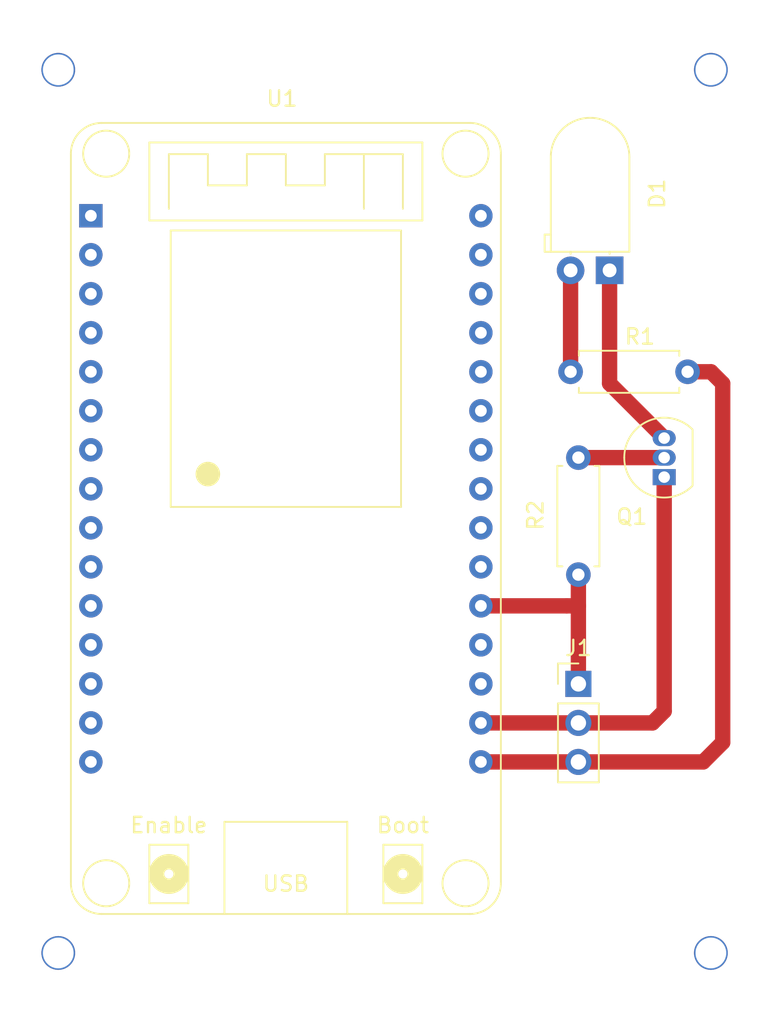
<source format=kicad_pcb>
(kicad_pcb (version 20171130) (host pcbnew 5.1.7-a382d34a8~87~ubuntu20.04.1)

  (general
    (thickness 1.6)
    (drawings 5)
    (tracks 22)
    (zones 0)
    (modules 6)
    (nets 7)
  )

  (page A4)
  (layers
    (0 F.Cu signal)
    (31 B.Cu signal)
    (32 B.Adhes user)
    (33 F.Adhes user)
    (34 B.Paste user)
    (35 F.Paste user)
    (36 B.SilkS user)
    (37 F.SilkS user)
    (38 B.Mask user)
    (39 F.Mask user)
    (40 Dwgs.User user)
    (41 Cmts.User user)
    (42 Eco1.User user)
    (43 Eco2.User user)
    (44 Edge.Cuts user)
    (45 Margin user)
    (46 B.CrtYd user)
    (47 F.CrtYd user)
    (48 B.Fab user)
    (49 F.Fab user)
  )

  (setup
    (last_trace_width 0.25)
    (user_trace_width 1)
    (user_trace_width 1.2)
    (trace_clearance 0.2)
    (zone_clearance 0.508)
    (zone_45_only no)
    (trace_min 0.2)
    (via_size 0.8)
    (via_drill 0.4)
    (via_min_size 0.4)
    (via_min_drill 0.3)
    (user_via 2.2 2)
    (user_via 3.2 3)
    (uvia_size 0.3)
    (uvia_drill 0.1)
    (uvias_allowed no)
    (uvia_min_size 0.2)
    (uvia_min_drill 0.1)
    (edge_width 0.05)
    (segment_width 0.2)
    (pcb_text_width 0.3)
    (pcb_text_size 1.5 1.5)
    (mod_edge_width 0.12)
    (mod_text_size 1 1)
    (mod_text_width 0.15)
    (pad_size 1.524 1.524)
    (pad_drill 0.762)
    (pad_to_mask_clearance 0.05)
    (aux_axis_origin 0 0)
    (visible_elements FFFFFF7F)
    (pcbplotparams
      (layerselection 0x010fc_ffffffff)
      (usegerberextensions false)
      (usegerberattributes true)
      (usegerberadvancedattributes true)
      (creategerberjobfile true)
      (excludeedgelayer true)
      (linewidth 0.100000)
      (plotframeref false)
      (viasonmask false)
      (mode 1)
      (useauxorigin false)
      (hpglpennumber 1)
      (hpglpenspeed 20)
      (hpglpendiameter 15.000000)
      (psnegative false)
      (psa4output false)
      (plotreference true)
      (plotvalue true)
      (plotinvisibletext false)
      (padsonsilk false)
      (subtractmaskfromsilk false)
      (outputformat 1)
      (mirror false)
      (drillshape 1)
      (scaleselection 1)
      (outputdirectory ""))
  )

  (net 0 "")
  (net 1 "Net-(D1-Pad1)")
  (net 2 "Net-(Q1-Pad2)")
  (net 3 "Net-(J1-Pad2)")
  (net 4 "Net-(D1-Pad2)")
  (net 5 "Net-(J1-Pad1)")
  (net 6 "Net-(J1-Pad3)")

  (net_class Default "This is the default net class."
    (clearance 0.2)
    (trace_width 0.25)
    (via_dia 0.8)
    (via_drill 0.4)
    (uvia_dia 0.3)
    (uvia_drill 0.1)
    (add_net "Net-(D1-Pad1)")
    (add_net "Net-(D1-Pad2)")
    (add_net "Net-(J1-Pad1)")
    (add_net "Net-(J1-Pad2)")
    (add_net "Net-(J1-Pad3)")
    (add_net "Net-(Q1-Pad2)")
  )

  (module Connector_PinHeader_2.54mm:PinHeader_1x03_P2.54mm_Vertical (layer F.Cu) (tedit 59FED5CC) (tstamp 5F9A396F)
    (at 118.872 109.982)
    (descr "Through hole straight pin header, 1x03, 2.54mm pitch, single row")
    (tags "Through hole pin header THT 1x03 2.54mm single row")
    (path /5F9CC3EC)
    (fp_text reference J1 (at 0 -2.33) (layer F.SilkS)
      (effects (font (size 1 1) (thickness 0.15)))
    )
    (fp_text value TestPoints (at 0 7.41) (layer F.Fab)
      (effects (font (size 1 1) (thickness 0.15)))
    )
    (fp_text user %R (at 0 2.54 90) (layer F.Fab)
      (effects (font (size 1 1) (thickness 0.15)))
    )
    (fp_line (start -0.635 -1.27) (end 1.27 -1.27) (layer F.Fab) (width 0.1))
    (fp_line (start 1.27 -1.27) (end 1.27 6.35) (layer F.Fab) (width 0.1))
    (fp_line (start 1.27 6.35) (end -1.27 6.35) (layer F.Fab) (width 0.1))
    (fp_line (start -1.27 6.35) (end -1.27 -0.635) (layer F.Fab) (width 0.1))
    (fp_line (start -1.27 -0.635) (end -0.635 -1.27) (layer F.Fab) (width 0.1))
    (fp_line (start -1.33 6.41) (end 1.33 6.41) (layer F.SilkS) (width 0.12))
    (fp_line (start -1.33 1.27) (end -1.33 6.41) (layer F.SilkS) (width 0.12))
    (fp_line (start 1.33 1.27) (end 1.33 6.41) (layer F.SilkS) (width 0.12))
    (fp_line (start -1.33 1.27) (end 1.33 1.27) (layer F.SilkS) (width 0.12))
    (fp_line (start -1.33 0) (end -1.33 -1.33) (layer F.SilkS) (width 0.12))
    (fp_line (start -1.33 -1.33) (end 0 -1.33) (layer F.SilkS) (width 0.12))
    (fp_line (start -1.8 -1.8) (end -1.8 6.85) (layer F.CrtYd) (width 0.05))
    (fp_line (start -1.8 6.85) (end 1.8 6.85) (layer F.CrtYd) (width 0.05))
    (fp_line (start 1.8 6.85) (end 1.8 -1.8) (layer F.CrtYd) (width 0.05))
    (fp_line (start 1.8 -1.8) (end -1.8 -1.8) (layer F.CrtYd) (width 0.05))
    (pad 3 thru_hole oval (at 0 5.08) (size 1.7 1.7) (drill 1) (layers *.Cu *.Mask)
      (net 6 "Net-(J1-Pad3)"))
    (pad 2 thru_hole oval (at 0 2.54) (size 1.7 1.7) (drill 1) (layers *.Cu *.Mask)
      (net 3 "Net-(J1-Pad2)"))
    (pad 1 thru_hole rect (at 0 0) (size 1.7 1.7) (drill 1) (layers *.Cu *.Mask)
      (net 5 "Net-(J1-Pad1)"))
    (model ${KISYS3DMOD}/Connector_PinHeader_2.54mm.3dshapes/PinHeader_1x03_P2.54mm_Vertical.wrl
      (at (xyz 0 0 0))
      (scale (xyz 1 1 1))
      (rotate (xyz 0 0 0))
    )
  )

  (module Resistor_THT:R_Axial_DIN0207_L6.3mm_D2.5mm_P7.62mm_Horizontal (layer F.Cu) (tedit 5AE5139B) (tstamp 5F9A4858)
    (at 118.872 95.25 270)
    (descr "Resistor, Axial_DIN0207 series, Axial, Horizontal, pin pitch=7.62mm, 0.25W = 1/4W, length*diameter=6.3*2.5mm^2, http://cdn-reichelt.de/documents/datenblatt/B400/1_4W%23YAG.pdf")
    (tags "Resistor Axial_DIN0207 series Axial Horizontal pin pitch 7.62mm 0.25W = 1/4W length 6.3mm diameter 2.5mm")
    (path /5F99F404)
    (fp_text reference R2 (at 3.75 2.794 90) (layer F.SilkS)
      (effects (font (size 1 1) (thickness 0.15)))
    )
    (fp_text value 1K (at 2.25 0 90) (layer F.Fab)
      (effects (font (size 1 1) (thickness 0.15)))
    )
    (fp_line (start 0.66 -1.25) (end 0.66 1.25) (layer F.Fab) (width 0.1))
    (fp_line (start 0.66 1.25) (end 6.96 1.25) (layer F.Fab) (width 0.1))
    (fp_line (start 6.96 1.25) (end 6.96 -1.25) (layer F.Fab) (width 0.1))
    (fp_line (start 6.96 -1.25) (end 0.66 -1.25) (layer F.Fab) (width 0.1))
    (fp_line (start 0 0) (end 0.66 0) (layer F.Fab) (width 0.1))
    (fp_line (start 7.62 0) (end 6.96 0) (layer F.Fab) (width 0.1))
    (fp_line (start 0.54 -1.04) (end 0.54 -1.37) (layer F.SilkS) (width 0.12))
    (fp_line (start 0.54 -1.37) (end 7.08 -1.37) (layer F.SilkS) (width 0.12))
    (fp_line (start 7.08 -1.37) (end 7.08 -1.04) (layer F.SilkS) (width 0.12))
    (fp_line (start 0.54 1.04) (end 0.54 1.37) (layer F.SilkS) (width 0.12))
    (fp_line (start 0.54 1.37) (end 7.08 1.37) (layer F.SilkS) (width 0.12))
    (fp_line (start 7.08 1.37) (end 7.08 1.04) (layer F.SilkS) (width 0.12))
    (fp_line (start -1.05 -1.5) (end -1.05 1.5) (layer F.CrtYd) (width 0.05))
    (fp_line (start -1.05 1.5) (end 8.67 1.5) (layer F.CrtYd) (width 0.05))
    (fp_line (start 8.67 1.5) (end 8.67 -1.5) (layer F.CrtYd) (width 0.05))
    (fp_line (start 8.67 -1.5) (end -1.05 -1.5) (layer F.CrtYd) (width 0.05))
    (fp_text user %R (at 4.75 0 90) (layer F.Fab)
      (effects (font (size 1 1) (thickness 0.15)))
    )
    (pad 2 thru_hole oval (at 7.62 0 270) (size 1.6 1.6) (drill 0.8) (layers *.Cu *.Mask)
      (net 5 "Net-(J1-Pad1)"))
    (pad 1 thru_hole circle (at 0 0 270) (size 1.6 1.6) (drill 0.8) (layers *.Cu *.Mask)
      (net 2 "Net-(Q1-Pad2)"))
    (model ${KISYS3DMOD}/Resistor_THT.3dshapes/R_Axial_DIN0207_L6.3mm_D2.5mm_P7.62mm_Horizontal.wrl
      (at (xyz 0 0 0))
      (scale (xyz 1 1 1))
      (rotate (xyz 0 0 0))
    )
    (model ${KIPRJMOD}/models/RESAD780W55L630D240B.step
      (offset (xyz 4 0 0))
      (scale (xyz 1 1 1))
      (rotate (xyz 0 0 0))
    )
    (model ${KIPRJMOD}/models/ring_7.wrl
      (at (xyz 0 0 0))
      (scale (xyz 1 1 1))
      (rotate (xyz 0 0 0))
    )
  )

  (module Resistor_THT:R_Axial_DIN0207_L6.3mm_D2.5mm_P7.62mm_Horizontal (layer F.Cu) (tedit 5AE5139B) (tstamp 5F9A4357)
    (at 125.984 89.662 180)
    (descr "Resistor, Axial_DIN0207 series, Axial, Horizontal, pin pitch=7.62mm, 0.25W = 1/4W, length*diameter=6.3*2.5mm^2, http://cdn-reichelt.de/documents/datenblatt/B400/1_4W%23YAG.pdf")
    (tags "Resistor Axial_DIN0207 series Axial Horizontal pin pitch 7.62mm 0.25W = 1/4W length 6.3mm diameter 2.5mm")
    (path /5F99051A)
    (fp_text reference R1 (at 3.109 2.287 180) (layer F.SilkS)
      (effects (font (size 1 1) (thickness 0.15)))
    )
    (fp_text value 18 (at 1.684 0.212 90) (layer F.Fab)
      (effects (font (size 1 1) (thickness 0.15)))
    )
    (fp_line (start 8.67 -1.5) (end -1.05 -1.5) (layer F.CrtYd) (width 0.05))
    (fp_line (start 8.67 1.5) (end 8.67 -1.5) (layer F.CrtYd) (width 0.05))
    (fp_line (start -1.05 1.5) (end 8.67 1.5) (layer F.CrtYd) (width 0.05))
    (fp_line (start -1.05 -1.5) (end -1.05 1.5) (layer F.CrtYd) (width 0.05))
    (fp_line (start 7.08 1.37) (end 7.08 1.04) (layer F.SilkS) (width 0.12))
    (fp_line (start 0.54 1.37) (end 7.08 1.37) (layer F.SilkS) (width 0.12))
    (fp_line (start 0.54 1.04) (end 0.54 1.37) (layer F.SilkS) (width 0.12))
    (fp_line (start 7.08 -1.37) (end 7.08 -1.04) (layer F.SilkS) (width 0.12))
    (fp_line (start 0.54 -1.37) (end 7.08 -1.37) (layer F.SilkS) (width 0.12))
    (fp_line (start 0.54 -1.04) (end 0.54 -1.37) (layer F.SilkS) (width 0.12))
    (fp_line (start 7.62 0) (end 6.96 0) (layer F.Fab) (width 0.1))
    (fp_line (start 0 0) (end 0.66 0) (layer F.Fab) (width 0.1))
    (fp_line (start 6.96 -1.25) (end 0.66 -1.25) (layer F.Fab) (width 0.1))
    (fp_line (start 6.96 1.25) (end 6.96 -1.25) (layer F.Fab) (width 0.1))
    (fp_line (start 0.66 1.25) (end 6.96 1.25) (layer F.Fab) (width 0.1))
    (fp_line (start 0.66 -1.25) (end 0.66 1.25) (layer F.Fab) (width 0.1))
    (fp_text user %R (at 3.409 0.212 90) (layer F.Fab)
      (effects (font (size 1 1) (thickness 0.15)))
    )
    (pad 1 thru_hole circle (at 0 0 180) (size 1.6 1.6) (drill 0.8) (layers *.Cu *.Mask)
      (net 6 "Net-(J1-Pad3)"))
    (pad 2 thru_hole oval (at 7.62 0 180) (size 1.6 1.6) (drill 0.8) (layers *.Cu *.Mask)
      (net 4 "Net-(D1-Pad2)"))
    (model ${KISYS3DMOD}/Resistor_THT.3dshapes/R_Axial_DIN0207_L6.3mm_D2.5mm_P7.62mm_Horizontal.wrl
      (at (xyz 0 0 0))
      (scale (xyz 1 1 1))
      (rotate (xyz 0 0 0))
    )
  )

  (module esp32_devkit_v1_doit:esp32_devkit_v1_doit_modded (layer F.Cu) (tedit 5F994F6D) (tstamp 5F9A523A)
    (at 99.822 79.502)
    (descr "ESPWROOM32, ESP32, 30 GPIOs version")
    (path /5F981201)
    (attr smd)
    (fp_text reference U1 (at -0.254 -7.62) (layer F.SilkS)
      (effects (font (size 1 1) (thickness 0.15)))
    )
    (fp_text value ESP32-DEVKITC-V1 (at 0 8.7) (layer F.Fab)
      (effects (font (size 1 1) (thickness 0.15)))
    )
    (fp_circle (center -11.7 -4.04) (end -10.2 -4.04) (layer F.SilkS) (width 0.12))
    (fp_circle (center 11.7 -4.04) (end 13.2 -4.04) (layer F.SilkS) (width 0.12))
    (fp_line (start 14 43.46) (end 14 -4.04) (layer F.SilkS) (width 0.12))
    (fp_line (start -14 -4.04) (end -14 43.46) (layer F.SilkS) (width 0.12))
    (fp_line (start -12 45.46) (end 12 45.46) (layer F.SilkS) (width 0.12))
    (fp_line (start -12 -6.04) (end 12 -6.04) (layer F.SilkS) (width 0.12))
    (fp_circle (center -11.7 43.46) (end -10.2 43.46) (layer F.SilkS) (width 0.12))
    (fp_circle (center 11.7 43.46) (end 13.2 43.46) (layer F.SilkS) (width 0.12))
    (fp_line (start -4 39.46) (end -4 45.46) (layer F.SilkS) (width 0.12))
    (fp_line (start 4 39.46) (end 4 45.46) (layer F.SilkS) (width 0.12))
    (fp_line (start -4 39.46) (end 4 39.46) (layer F.SilkS) (width 0.12))
    (fp_line (start -8.89 -4.77) (end 8.89 -4.77) (layer F.SilkS) (width 0.12))
    (fp_line (start 8.89 -4.77) (end 8.89 0.31) (layer F.SilkS) (width 0.12))
    (fp_line (start 8.89 0.31) (end -8.89 0.31) (layer F.SilkS) (width 0.12))
    (fp_line (start -8.89 0.31) (end -8.89 -4.77) (layer F.SilkS) (width 0.12))
    (fp_line (start -7.62 -0.452) (end -7.62 -4.008) (layer F.SilkS) (width 0.12))
    (fp_line (start -7.62 -4.008) (end -5.08 -4.008) (layer F.SilkS) (width 0.12))
    (fp_line (start -5.08 -4.008) (end -5.08 -1.976) (layer F.SilkS) (width 0.12))
    (fp_line (start -5.08 -1.976) (end -2.54 -1.976) (layer F.SilkS) (width 0.12))
    (fp_line (start -2.54 -1.976) (end -2.54 -4.008) (layer F.SilkS) (width 0.12))
    (fp_line (start -2.54 -4.008) (end 0 -4.008) (layer F.SilkS) (width 0.12))
    (fp_line (start 0 -4.008) (end 0 -1.976) (layer F.SilkS) (width 0.12))
    (fp_line (start 0 -1.976) (end 2.54 -1.976) (layer F.SilkS) (width 0.12))
    (fp_line (start 2.54 -1.976) (end 2.54 -4.008) (layer F.SilkS) (width 0.12))
    (fp_line (start 2.54 -4.008) (end 7.62 -4.008) (layer F.SilkS) (width 0.12))
    (fp_line (start 7.62 -4.008) (end 7.62 -0.452) (layer F.SilkS) (width 0.12))
    (fp_line (start 5.08 -4.008) (end 5.08 -0.452) (layer F.SilkS) (width 0.12))
    (fp_line (start -7.5 0.96) (end 7.5 0.96) (layer F.SilkS) (width 0.12))
    (fp_line (start 7.5 0.96) (end 7.5 18.96) (layer F.SilkS) (width 0.12))
    (fp_line (start 7.5 18.96) (end -7.5 18.96) (layer F.SilkS) (width 0.12))
    (fp_line (start -7.5 18.96) (end -7.5 0.96) (layer F.SilkS) (width 0.12))
    (fp_circle (center -5.08 16.82) (end -4.68 16.82) (layer F.SilkS) (width 0.8))
    (fp_line (start 6.35 40.95) (end 8.89 40.95) (layer F.SilkS) (width 0.12))
    (fp_line (start 8.89 40.95) (end 8.89 44.76) (layer F.SilkS) (width 0.12))
    (fp_line (start 8.89 44.76) (end 6.35 44.76) (layer F.SilkS) (width 0.12))
    (fp_line (start 6.35 44.76) (end 6.35 40.95) (layer F.SilkS) (width 0.12))
    (fp_line (start -6.35 44.76) (end -8.89 44.76) (layer F.SilkS) (width 0.12))
    (fp_line (start -8.89 44.76) (end -8.89 40.95) (layer F.SilkS) (width 0.12))
    (fp_line (start -8.89 40.95) (end -6.35 40.95) (layer F.SilkS) (width 0.12))
    (fp_line (start -6.35 40.95) (end -6.35 44.76) (layer F.SilkS) (width 0.12))
    (fp_circle (center -7.62 42.855) (end -7.32 42.855) (layer F.SilkS) (width 1))
    (fp_circle (center 7.62 42.855) (end 7.92 42.855) (layer F.SilkS) (width 1))
    (fp_text user USB (at 0 43.49) (layer F.SilkS)
      (effects (font (size 1 1) (thickness 0.15)))
    )
    (fp_text user Boot (at 7.62 39.68) (layer F.SilkS)
      (effects (font (size 1 1) (thickness 0.15)))
    )
    (fp_text user Enable (at -7.62 39.68) (layer F.SilkS)
      (effects (font (size 1 1) (thickness 0.15)))
    )
    (fp_arc (start 12 -4.04) (end 14 -4.04) (angle -90) (layer F.SilkS) (width 0.12))
    (fp_arc (start -12 -4.04) (end -12 -6.04) (angle -90) (layer F.SilkS) (width 0.12))
    (fp_arc (start -12 43.46) (end -14 43.46) (angle -90) (layer F.SilkS) (width 0.12))
    (fp_arc (start 12 43.46) (end 12 45.46) (angle -90) (layer F.SilkS) (width 0.12))
    (pad 100 thru_hole rect (at -12.7 0) (size 1.524 1.524) (drill 0.762) (layers *.Cu *.Mask))
    (pad 200 thru_hole circle (at -12.7 2.54) (size 1.524 1.524) (drill 0.762) (layers *.Cu *.Mask))
    (pad 300 thru_hole circle (at -12.7 5.08) (size 1.524 1.524) (drill 0.762) (layers *.Cu *.Mask))
    (pad 400 thru_hole circle (at -12.7 7.62) (size 1.524 1.524) (drill 0.762) (layers *.Cu *.Mask))
    (pad 500 thru_hole circle (at -12.7 10.16) (size 1.524 1.524) (drill 0.762) (layers *.Cu *.Mask))
    (pad 6 thru_hole circle (at -12.7 12.7) (size 1.524 1.524) (drill 0.762) (layers *.Cu *.Mask))
    (pad 7 thru_hole circle (at -12.7 15.24) (size 1.524 1.524) (drill 0.762) (layers *.Cu *.Mask))
    (pad 8 thru_hole circle (at -12.7 17.78) (size 1.524 1.524) (drill 0.762) (layers *.Cu *.Mask))
    (pad 9 thru_hole circle (at -12.7 20.32) (size 1.524 1.524) (drill 0.762) (layers *.Cu *.Mask))
    (pad 10 thru_hole circle (at -12.7 22.86) (size 1.524 1.524) (drill 0.762) (layers *.Cu *.Mask))
    (pad 11 thru_hole circle (at -12.7 25.4) (size 1.524 1.524) (drill 0.762) (layers *.Cu *.Mask))
    (pad 12 thru_hole circle (at -12.7 27.94) (size 1.524 1.524) (drill 0.762) (layers *.Cu *.Mask))
    (pad 13 thru_hole circle (at -12.7 30.48) (size 1.524 1.524) (drill 0.762) (layers *.Cu *.Mask))
    (pad 14 thru_hole circle (at -12.7 33.02) (size 1.524 1.524) (drill 0.762) (layers *.Cu *.Mask))
    (pad 15 thru_hole circle (at -12.7 35.56) (size 1.524 1.524) (drill 0.762) (layers *.Cu *.Mask))
    (pad 1 thru_hole circle (at 12.7 35.56) (size 1.524 1.524) (drill 0.762) (layers *.Cu *.Mask)
      (net 6 "Net-(J1-Pad3)"))
    (pad 2 thru_hole circle (at 12.7 33.02) (size 1.524 1.524) (drill 0.762) (layers *.Cu *.Mask)
      (net 3 "Net-(J1-Pad2)"))
    (pad 3 thru_hole circle (at 12.7 30.48) (size 1.524 1.524) (drill 0.762) (layers *.Cu *.Mask))
    (pad 4 thru_hole circle (at 12.7 27.94) (size 1.524 1.524) (drill 0.762) (layers *.Cu *.Mask))
    (pad 5 thru_hole circle (at 12.7 25.4) (size 1.524 1.524) (drill 0.762) (layers *.Cu *.Mask)
      (net 5 "Net-(J1-Pad1)"))
    (pad 21 thru_hole circle (at 12.7 22.86) (size 1.524 1.524) (drill 0.762) (layers *.Cu *.Mask))
    (pad 22 thru_hole circle (at 12.7 20.32) (size 1.524 1.524) (drill 0.762) (layers *.Cu *.Mask))
    (pad 23 thru_hole circle (at 12.7 17.78) (size 1.524 1.524) (drill 0.762) (layers *.Cu *.Mask))
    (pad 24 thru_hole circle (at 12.7 15.24) (size 1.524 1.524) (drill 0.762) (layers *.Cu *.Mask))
    (pad 25 thru_hole circle (at 12.7 12.7) (size 1.524 1.524) (drill 0.762) (layers *.Cu *.Mask))
    (pad 26 thru_hole circle (at 12.7 10.16) (size 1.524 1.524) (drill 0.762) (layers *.Cu *.Mask))
    (pad 27 thru_hole circle (at 12.7 7.62) (size 1.524 1.524) (drill 0.762) (layers *.Cu *.Mask))
    (pad 28 thru_hole circle (at 12.7 5.08) (size 1.524 1.524) (drill 0.762) (layers *.Cu *.Mask))
    (pad 29 thru_hole circle (at 12.7 2.54) (size 1.524 1.524) (drill 0.762) (layers *.Cu *.Mask))
    (pad 30 thru_hole circle (at 12.7 0) (size 1.524 1.524) (drill 0.762) (layers *.Cu *.Mask))
    (model ${KISYS3DMOD}/Button_Switch_SMD.3dshapes/SW_SPST_B3U-1000P-B.wrl
      (offset (xyz 7.5 -43 4))
      (scale (xyz 1 1 1))
      (rotate (xyz 0 0 90))
    )
    (model ${KISYS3DMOD}/Button_Switch_SMD.3dshapes/SW_SPST_B3U-1000P-B.wrl
      (offset (xyz -7.5 -43 4))
      (scale (xyz 1 1 1))
      (rotate (xyz 0 0 90))
    )
    (model ${KISYS3DMOD}/Connector_PinHeader_2.54mm.3dshapes/PinHeader_1x15_P2.54mm_Vertical.wrl
      (offset (xyz -12.7 0 2.5))
      (scale (xyz 1 1 1))
      (rotate (xyz 0 180 0))
    )
    (model ${KISYS3DMOD}/Connector_PinHeader_2.54mm.3dshapes/PinHeader_1x15_P2.54mm_Vertical.wrl
      (offset (xyz 12.7 0 2.5))
      (scale (xyz 1 1 1))
      (rotate (xyz 0 180 0))
    )
    (model ${KISYS3DMOD}/Connector_USB.3dshapes/USB_Micro-B_Molex_47346-0001.wrl
      (offset (xyz 0 -42 4))
      (scale (xyz 1 1 1))
      (rotate (xyz 0 0 0))
    )
    (model ${KISYS3DMOD}/LED_SMD.3dshapes/LED_1206_3216Metric.wrl
      (offset (xyz -6 -23 4))
      (scale (xyz 1 1 1))
      (rotate (xyz 0 0 -90))
    )
    (model ${KISYS3DMOD}/LED_SMD.3dshapes/LED_1206_3216Metric.wrl
      (offset (xyz 6 -23 4))
      (scale (xyz 1 1 1))
      (rotate (xyz 0 0 -90))
    )
    (model ${KISYS3DMOD}/Capacitor_Tantalum_SMD.3dshapes/CP_EIA-2012-15_AVX-P.wrl
      (offset (xyz -6.5 -27.5 4))
      (scale (xyz 1 1 1))
      (rotate (xyz 0 0 0))
    )
    (model ${KISYS3DMOD}/Package_TO_SOT_SMD.3dshapes/SOT-223.wrl
      (offset (xyz -6 -33 4))
      (scale (xyz 1 1 1))
      (rotate (xyz 0 0 -180))
    )
    (model ${KISYS3DMOD}/Resistor_SMD.3dshapes/R_0603_1608Metric.wrl
      (offset (xyz -7 -38.5 4))
      (scale (xyz 1 1 1))
      (rotate (xyz 0 0 0))
    )
    (model ${KISYS3DMOD}/Resistor_SMD.3dshapes/R_0603_1608Metric.wrl
      (offset (xyz 8.5 -38.5 4))
      (scale (xyz 1 1 1))
      (rotate (xyz 0 0 0))
    )
    (model ${KISYS3DMOD}/Resistor_SMD.3dshapes/R_0603_1608Metric.wrl
      (offset (xyz 5.5 -38.5 4))
      (scale (xyz 1 1 1))
      (rotate (xyz 0 0 0))
    )
    (model ${KISYS3DMOD}/Package_TO_SOT_SMD.3dshapes/SOT-23.wrl
      (offset (xyz -0.5 -27.5 4))
      (scale (xyz 1 1 1))
      (rotate (xyz 0 0 0))
    )
    (model ${KISYS3DMOD}/Package_TO_SOT_SMD.3dshapes/SOT-23.wrl
      (offset (xyz 6 -27.5 4))
      (scale (xyz 1 1 1))
      (rotate (xyz 0 0 -180))
    )
    (model ${KISYS3DMOD}/Resistor_SMD.3dshapes/R_0603_1608Metric.wrl
      (offset (xyz 9 -27.5 4))
      (scale (xyz 1 1 1))
      (rotate (xyz 0 0 90))
    )
    (model ${KISYS3DMOD}/Resistor_SMD.3dshapes/R_0603_1608Metric.wrl
      (offset (xyz -3.5 -27.5 4))
      (scale (xyz 1 1 1))
      (rotate (xyz 0 0 90))
    )
    (model ${KISYS3DMOD}/Capacitor_SMD.3dshapes/C_0603_1608Metric.wrl
      (offset (xyz -0.5 -38.5 4))
      (scale (xyz 1 1 1))
      (rotate (xyz 0 0 0))
    )
    (model ${KISYS3DMOD}/Diode_SMD.3dshapes/D_0603_1608Metric.wrl
      (offset (xyz -3 -38.5 4))
      (scale (xyz 1 1 1))
      (rotate (xyz 0 0 0))
    )
    (model ${KISYS3DMOD}/Resistor_SMD.3dshapes/R_0603_1608Metric.wrl
      (offset (xyz -3 -23 4))
      (scale (xyz 1 1 1))
      (rotate (xyz 0 0 90))
    )
    (model ${KISYS3DMOD}/Resistor_SMD.3dshapes/R_0603_1608Metric.wrl
      (offset (xyz -1.5 -23 4))
      (scale (xyz 1 1 1))
      (rotate (xyz 0 0 90))
    )
    (model ${KISYS3DMOD}/Resistor_SMD.3dshapes/R_0603_1608Metric.wrl
      (offset (xyz 0 -23 4))
      (scale (xyz 1 1 1))
      (rotate (xyz 0 0 90))
    )
    (model ${KISYS3DMOD}/Resistor_SMD.3dshapes/R_0603_1608Metric.wrl
      (offset (xyz 1.5 -23 4))
      (scale (xyz 1 1 1))
      (rotate (xyz 0 0 90))
    )
    (model ${KISYS3DMOD}/Resistor_SMD.3dshapes/R_0603_1608Metric.wrl
      (offset (xyz 3 -23 4))
      (scale (xyz 1 1 1))
      (rotate (xyz 0 0 90))
    )
    (model ${KISYS3DMOD}/Package_DFN_QFN.3dshapes/QFN-28-1EP_5x5mm_P0.5mm_EP3.35x3.35mm.wrl
      (offset (xyz 7 -33.5 4))
      (scale (xyz 1 1 1))
      (rotate (xyz 0 0 0))
    )
    (model ${KISYS3DMOD}/Resistor_SMD.3dshapes/R_0603_1608Metric.wrl
      (offset (xyz 8.5 -22 4))
      (scale (xyz 1 1 1))
      (rotate (xyz 0 0 0))
    )
    (model ${KISYS3DMOD}/Resistor_SMD.3dshapes/R_0603_1608Metric.wrl
      (offset (xyz 8.5 -24 4))
      (scale (xyz 1 1 1))
      (rotate (xyz 0 0 0))
    )
    (model ${KISYS3DMOD}/Capacitor_SMD.3dshapes/C_0603_1608Metric.wrl
      (offset (xyz -8.5 -22 4))
      (scale (xyz 1 1 1))
      (rotate (xyz 0 0 0))
    )
    (model ${KISYS3DMOD}/Capacitor_SMD.3dshapes/C_0603_1608Metric.wrl
      (offset (xyz -8.5 -24 4))
      (scale (xyz 1 1 1))
      (rotate (xyz 0 0 0))
    )
    (model ${KISYS3DMOD}/RF_Module.3dshapes/ESP32-WROOM-32.wrl
      (offset (xyz 0 -10 4))
      (scale (xyz 1 1 1))
      (rotate (xyz 0 0 0))
    )
    (model ${KIPRJMOD}/footprints/esp32_devkit_v1_doit.pretty/esp32_devkit_v1_doit.step
      (offset (xyz -12.75 0 0))
      (scale (xyz 1 1 1))
      (rotate (xyz 0 0 0))
    )
  )

  (module LED_THT:LED_D5.0mm_Horizontal_O1.27mm_Z3.0mm_IRGrey (layer F.Cu) (tedit 5A6C9E1E) (tstamp 5F9A3A7F)
    (at 120.904 83.058 180)
    (descr "LED, diameter 5.0mm z-position of LED center 3.0mm, 2 pins")
    (tags "LED diameter 5.0mm z-position of LED center 3.0mm 2 pins")
    (path /5F98DCD6)
    (fp_text reference D1 (at -3.096 4.983 90) (layer F.SilkS)
      (effects (font (size 1 1) (thickness 0.15)))
    )
    (fp_text value IR_LED (at 1.27 10.93) (layer F.Fab)
      (effects (font (size 1 1) (thickness 0.15)))
    )
    (fp_line (start 4.5 -1.25) (end -1.95 -1.25) (layer F.CrtYd) (width 0.05))
    (fp_line (start 4.5 10.2) (end 4.5 -1.25) (layer F.CrtYd) (width 0.05))
    (fp_line (start -1.95 10.2) (end 4.5 10.2) (layer F.CrtYd) (width 0.05))
    (fp_line (start -1.95 -1.25) (end -1.95 10.2) (layer F.CrtYd) (width 0.05))
    (fp_line (start 2.54 1.08) (end 2.54 1.08) (layer F.SilkS) (width 0.12))
    (fp_line (start 2.54 1.21) (end 2.54 1.08) (layer F.SilkS) (width 0.12))
    (fp_line (start 2.54 1.21) (end 2.54 1.21) (layer F.SilkS) (width 0.12))
    (fp_line (start 2.54 1.08) (end 2.54 1.21) (layer F.SilkS) (width 0.12))
    (fp_line (start 0 1.08) (end 0 1.08) (layer F.SilkS) (width 0.12))
    (fp_line (start 0 1.21) (end 0 1.08) (layer F.SilkS) (width 0.12))
    (fp_line (start 0 1.21) (end 0 1.21) (layer F.SilkS) (width 0.12))
    (fp_line (start 0 1.08) (end 0 1.21) (layer F.SilkS) (width 0.12))
    (fp_line (start 3.83 1.21) (end 4.23 1.21) (layer F.SilkS) (width 0.12))
    (fp_line (start 3.83 2.33) (end 3.83 1.21) (layer F.SilkS) (width 0.12))
    (fp_line (start 4.23 2.33) (end 3.83 2.33) (layer F.SilkS) (width 0.12))
    (fp_line (start 4.23 1.21) (end 4.23 2.33) (layer F.SilkS) (width 0.12))
    (fp_line (start -1.29 1.21) (end 3.83 1.21) (layer F.SilkS) (width 0.12))
    (fp_line (start 3.83 1.21) (end 3.83 7.37) (layer F.SilkS) (width 0.12))
    (fp_line (start -1.29 1.21) (end -1.29 7.37) (layer F.SilkS) (width 0.12))
    (fp_line (start 2.54 0) (end 2.54 0) (layer F.Fab) (width 0.1))
    (fp_line (start 2.54 1.27) (end 2.54 0) (layer F.Fab) (width 0.1))
    (fp_line (start 2.54 1.27) (end 2.54 1.27) (layer F.Fab) (width 0.1))
    (fp_line (start 2.54 0) (end 2.54 1.27) (layer F.Fab) (width 0.1))
    (fp_line (start 0 0) (end 0 0) (layer F.Fab) (width 0.1))
    (fp_line (start 0 1.27) (end 0 0) (layer F.Fab) (width 0.1))
    (fp_line (start 0 1.27) (end 0 1.27) (layer F.Fab) (width 0.1))
    (fp_line (start 0 0) (end 0 1.27) (layer F.Fab) (width 0.1))
    (fp_line (start 3.77 1.27) (end 4.17 1.27) (layer F.Fab) (width 0.1))
    (fp_line (start 3.77 2.27) (end 3.77 1.27) (layer F.Fab) (width 0.1))
    (fp_line (start 4.17 2.27) (end 3.77 2.27) (layer F.Fab) (width 0.1))
    (fp_line (start 4.17 1.27) (end 4.17 2.27) (layer F.Fab) (width 0.1))
    (fp_line (start -1.23 1.27) (end 3.77 1.27) (layer F.Fab) (width 0.1))
    (fp_line (start 3.77 1.27) (end 3.77 7.37) (layer F.Fab) (width 0.1))
    (fp_line (start -1.23 1.27) (end -1.23 7.37) (layer F.Fab) (width 0.1))
    (fp_arc (start 1.27 7.37) (end -1.29 7.37) (angle -180) (layer F.SilkS) (width 0.12))
    (fp_arc (start 1.27 7.37) (end -1.23 7.37) (angle -180) (layer F.Fab) (width 0.1))
    (fp_text user %R (at 1.27 0) (layer F.Fab)
      (effects (font (size 1 1) (thickness 0.15)))
    )
    (pad 2 thru_hole circle (at 2.54 0 180) (size 1.8 1.8) (drill 0.9) (layers *.Cu *.Mask)
      (net 4 "Net-(D1-Pad2)"))
    (pad 1 thru_hole rect (at 0 0 180) (size 1.8 1.8) (drill 0.9) (layers *.Cu *.Mask)
      (net 1 "Net-(D1-Pad1)"))
    (model ${KISYS3DMOD}/LED_THT.3dshapes/LED_D5.0mm_Horizontal_O1.27mm_Z3.0mm_IRGrey.wrl
      (at (xyz 0 0 0))
      (scale (xyz 1 1 1))
      (rotate (xyz 0 0 0))
    )
  )

  (module Package_TO_SOT_THT:TO-92_Inline (layer F.Cu) (tedit 5A1DD157) (tstamp 5F9A39AC)
    (at 124.46 96.52 90)
    (descr "TO-92 leads in-line, narrow, oval pads, drill 0.75mm (see NXP sot054_po.pdf)")
    (tags "to-92 sc-43 sc-43a sot54 PA33 transistor")
    (path /5F983A1F)
    (fp_text reference Q1 (at -2.58 -2.11 180) (layer F.SilkS)
      (effects (font (size 1 1) (thickness 0.15)))
    )
    (fp_text value PN2222A (at 1.27 2.79 90) (layer F.Fab)
      (effects (font (size 0.7 0.7) (thickness 0.15)))
    )
    (fp_line (start -0.53 1.85) (end 3.07 1.85) (layer F.SilkS) (width 0.12))
    (fp_line (start -0.5 1.75) (end 3 1.75) (layer F.Fab) (width 0.1))
    (fp_line (start -1.46 -2.73) (end 4 -2.73) (layer F.CrtYd) (width 0.05))
    (fp_line (start -1.46 -2.73) (end -1.46 2.01) (layer F.CrtYd) (width 0.05))
    (fp_line (start 4 2.01) (end 4 -2.73) (layer F.CrtYd) (width 0.05))
    (fp_line (start 4 2.01) (end -1.46 2.01) (layer F.CrtYd) (width 0.05))
    (fp_arc (start 1.27 0) (end 1.27 -2.6) (angle 135) (layer F.SilkS) (width 0.12))
    (fp_arc (start 1.27 0) (end 1.27 -2.48) (angle -135) (layer F.Fab) (width 0.1))
    (fp_arc (start 1.27 0) (end 1.27 -2.6) (angle -135) (layer F.SilkS) (width 0.12))
    (fp_arc (start 1.27 0) (end 1.27 -2.48) (angle 135) (layer F.Fab) (width 0.1))
    (fp_text user %R (at -2.794 1.54 90) (layer F.Fab)
      (effects (font (size 1 1) (thickness 0.15)))
    )
    (pad 1 thru_hole rect (at 0 0 90) (size 1.05 1.5) (drill 0.75) (layers *.Cu *.Mask)
      (net 3 "Net-(J1-Pad2)"))
    (pad 3 thru_hole oval (at 2.54 0 90) (size 1.05 1.5) (drill 0.75) (layers *.Cu *.Mask)
      (net 1 "Net-(D1-Pad1)"))
    (pad 2 thru_hole oval (at 1.27 0 90) (size 1.05 1.5) (drill 0.75) (layers *.Cu *.Mask)
      (net 2 "Net-(Q1-Pad2)"))
    (model ${KISYS3DMOD}/Package_TO_SOT_THT.3dshapes/TO-92_Inline.wrl
      (at (xyz 0 0 0))
      (scale (xyz 1 1 1))
      (rotate (xyz 0 0 0))
    )
  )

  (gr_line (start 132.08 132.08) (end 81.28 132.08) (layer Dwgs.User) (width 0.15) (tstamp 5F996720))
  (gr_line (start 132.08 65.532) (end 132.08 132.08) (layer Dwgs.User) (width 0.15))
  (gr_line (start 81.28 65.532) (end 132.08 65.532) (layer Dwgs.User) (width 0.15))
  (gr_line (start 81.28 132.08) (end 81.788 132.08) (layer Dwgs.User) (width 0.15) (tstamp 5F994BFF))
  (gr_line (start 81.28 65.532) (end 81.28 132.08) (layer Dwgs.User) (width 0.15) (tstamp 5F9A3BD0))

  (via (at 85 70) (size 2.2) (drill 2) (layers F.Cu B.Cu) (net 0))
  (via (at 127.5 70) (size 2.2) (drill 2) (layers F.Cu B.Cu) (net 0))
  (via (at 127.5 127.5) (size 2.2) (drill 2) (layers F.Cu B.Cu) (net 0))
  (via (at 85 127.5) (size 2.2) (drill 2) (layers F.Cu B.Cu) (net 0))
  (segment (start 120.904 90.424) (end 124.46 93.98) (width 1) (layer F.Cu) (net 1))
  (segment (start 120.904 83.058) (end 120.904 90.424) (width 1) (layer F.Cu) (net 1))
  (segment (start 118.872 95.25) (end 124.46 95.25) (width 1) (layer F.Cu) (net 2))
  (segment (start 112.522 112.522) (end 118.872 112.522) (width 1) (layer F.Cu) (net 3) (tstamp 5F9A3A11))
  (segment (start 124.46 111.76) (end 124.46 96.52) (width 1) (layer F.Cu) (net 3))
  (segment (start 118.872 112.522) (end 123.698 112.522) (width 1) (layer F.Cu) (net 3))
  (segment (start 123.698 112.522) (end 124.46 111.76) (width 1) (layer F.Cu) (net 3))
  (segment (start 118.364 83.058) (end 118.364 89.662) (width 1) (layer F.Cu) (net 4))
  (segment (start 112.522 104.902) (end 118.11 104.902) (width 1) (layer F.Cu) (net 5) (tstamp 5F9A3BCD))
  (segment (start 118.872 104.902) (end 118.872 109.982) (width 1) (layer F.Cu) (net 5))
  (segment (start 118.872 102.87) (end 118.872 104.902) (width 1) (layer F.Cu) (net 5))
  (segment (start 118.11 104.902) (end 118.872 104.902) (width 1) (layer F.Cu) (net 5))
  (segment (start 112.522 115.062) (end 118.872 115.062) (width 1) (layer F.Cu) (net 6) (tstamp 5F9A3AD4))
  (segment (start 125.984 89.662) (end 127.508 89.662) (width 1) (layer F.Cu) (net 6))
  (segment (start 127.508 89.662) (end 128.27 90.424) (width 1) (layer F.Cu) (net 6))
  (segment (start 128.27 90.424) (end 128.27 113.792) (width 1) (layer F.Cu) (net 6))
  (segment (start 127 115.062) (end 118.872 115.062) (width 1) (layer F.Cu) (net 6))
  (segment (start 128.27 113.792) (end 127 115.062) (width 1) (layer F.Cu) (net 6))

)

</source>
